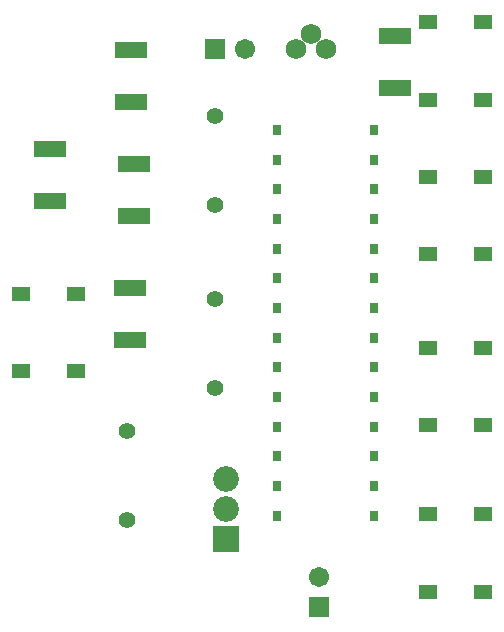
<source format=gts>
G04*
G04 #@! TF.GenerationSoftware,Altium Limited,Altium Designer,20.2.5 (213)*
G04*
G04 Layer_Color=8388736*
%FSLAX25Y25*%
%MOIN*%
G70*
G04*
G04 #@! TF.SameCoordinates,7ED66F81-9B57-4200-B134-EA852FC3A939*
G04*
G04*
G04 #@! TF.FilePolarity,Negative*
G04*
G01*
G75*
%ADD17R,0.11036X0.05524*%
%ADD18R,0.06312X0.04737*%
%ADD19C,0.05524*%
%ADD20C,0.06808*%
%ADD21R,0.02650X0.03320*%
%ADD22R,0.06706X0.06706*%
%ADD23C,0.06706*%
%ADD24C,0.08595*%
%ADD25R,0.08595X0.08595*%
%ADD26R,0.06706X0.06706*%
D17*
X530500Y403839D02*
D03*
Y421161D02*
D03*
X557000Y357339D02*
D03*
Y374661D02*
D03*
X558500Y398839D02*
D03*
Y416161D02*
D03*
X557500Y436677D02*
D03*
Y454000D02*
D03*
X645500Y441339D02*
D03*
Y458661D02*
D03*
D18*
X539134Y347087D02*
D03*
X520866D02*
D03*
Y372913D02*
D03*
X539134D02*
D03*
X674634Y437587D02*
D03*
X656366D02*
D03*
Y463413D02*
D03*
X674634D02*
D03*
Y386000D02*
D03*
X656366D02*
D03*
Y411827D02*
D03*
X674634D02*
D03*
Y329000D02*
D03*
X656366D02*
D03*
Y354827D02*
D03*
X674634D02*
D03*
Y273587D02*
D03*
X656366D02*
D03*
Y299413D02*
D03*
X674634D02*
D03*
D19*
X585500Y432000D02*
D03*
Y402472D02*
D03*
X556000Y327028D02*
D03*
Y297500D02*
D03*
X585500Y371028D02*
D03*
Y341500D02*
D03*
D20*
X612500Y454500D02*
D03*
X617500Y459500D02*
D03*
X622500Y454500D02*
D03*
D21*
X606000Y378000D02*
D03*
Y397764D02*
D03*
Y368118D02*
D03*
Y358236D02*
D03*
Y338472D02*
D03*
Y348354D02*
D03*
Y387882D02*
D03*
Y407646D02*
D03*
Y417528D02*
D03*
Y427410D02*
D03*
Y328591D02*
D03*
Y318709D02*
D03*
Y308827D02*
D03*
Y298945D02*
D03*
X638402Y387882D02*
D03*
Y378000D02*
D03*
Y368118D02*
D03*
Y358236D02*
D03*
Y348354D02*
D03*
Y338472D02*
D03*
Y397764D02*
D03*
Y407646D02*
D03*
Y417528D02*
D03*
Y427410D02*
D03*
Y328591D02*
D03*
Y318709D02*
D03*
Y308827D02*
D03*
Y298945D02*
D03*
D22*
X620000Y268500D02*
D03*
D23*
Y278500D02*
D03*
X595500Y454500D02*
D03*
D24*
X589000Y311079D02*
D03*
Y301039D02*
D03*
D25*
Y291000D02*
D03*
D26*
X585500Y454500D02*
D03*
M02*

</source>
